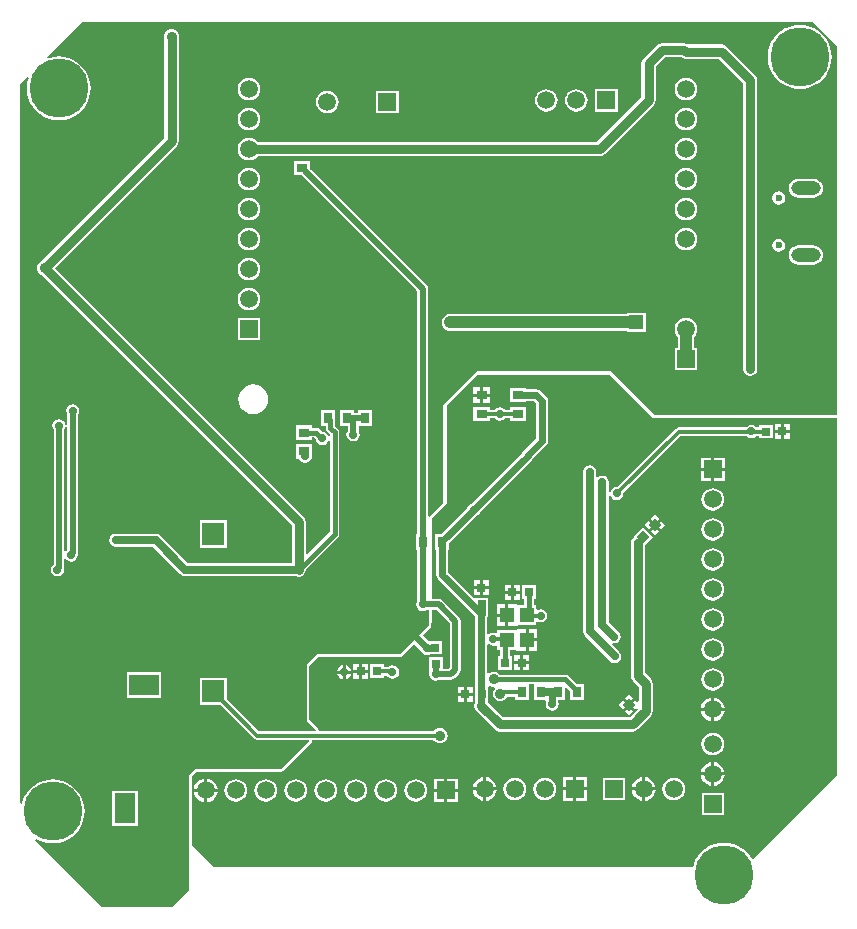
<source format=gbl>
G04*
G04 #@! TF.GenerationSoftware,Altium Limited,Altium Designer,20.0.13 (296)*
G04*
G04 Layer_Physical_Order=2*
G04 Layer_Color=16711680*
%FSLAX44Y44*%
%MOMM*%
G71*
G01*
G75*
%ADD17C,0.4000*%
%ADD18C,0.3000*%
%ADD19C,0.5000*%
%ADD35R,0.8000X0.9650*%
%ADD38R,0.9650X0.8000*%
%ADD39R,0.7620X0.7620*%
%ADD47R,0.7620X0.7620*%
%ADD97C,0.8000*%
%ADD98C,0.7000*%
%ADD99C,1.0000*%
%ADD100C,0.6000*%
%ADD101R,1.5000X1.5000*%
%ADD102C,1.5000*%
%ADD103R,1.5000X1.5000*%
%ADD104C,0.6000*%
%ADD105O,2.5000X1.2000*%
%ADD106C,1.9000*%
%ADD107R,1.9000X1.9000*%
%ADD108R,1.9000X1.9000*%
%ADD109R,1.2000X1.2000*%
%ADD110C,1.2000*%
%ADD111R,2.5000X1.8000*%
%ADD112O,2.5000X1.8000*%
%ADD113R,1.8000X2.5000*%
%ADD114O,1.8000X2.5000*%
%ADD115C,0.7000*%
%ADD116C,0.9000*%
%ADD117C,1.0000*%
%ADD118C,5.0000*%
%ADD119R,1.2000X1.3000*%
%ADD120P,1.0776X4X360.0*%
%ADD121P,1.0776X4X270.0*%
G36*
X663691Y647703D02*
Y335300D01*
X509510D01*
X471510Y373300D01*
X360010D01*
X330760Y344050D01*
Y261300D01*
X319118Y249658D01*
X317848Y250184D01*
Y442550D01*
X317499Y444306D01*
X316504Y445794D01*
X218085Y544214D01*
Y550550D01*
X204435D01*
Y538550D01*
X210771D01*
X308672Y440650D01*
Y234625D01*
X307760D01*
Y220975D01*
X308672D01*
Y178333D01*
X308079Y177446D01*
X307652Y175300D01*
X308079Y173154D01*
X309295Y171335D01*
X311114Y170119D01*
X313260Y169692D01*
X315406Y170119D01*
X316293Y170712D01*
X318510D01*
Y157300D01*
X294260Y133050D01*
X224010D01*
X215260Y124300D01*
Y76550D01*
X222768Y69042D01*
X222282Y67869D01*
X174668D01*
X147390Y95147D01*
Y113100D01*
X124390D01*
Y90100D01*
X142343D01*
X170667Y61777D01*
X171824Y61003D01*
X173190Y60731D01*
X216782D01*
X217268Y59558D01*
X193510Y35800D01*
X120760D01*
X115510Y30550D01*
Y-66700D01*
X101449Y-80761D01*
X41907D01*
X-14717Y-24137D01*
X-13925Y-23133D01*
X-12296Y-24132D01*
X-8369Y-25758D01*
X-4237Y-26750D01*
X0Y-27083D01*
X4237Y-26750D01*
X8369Y-25758D01*
X12296Y-24132D01*
X15919Y-21911D01*
X19151Y-19151D01*
X21911Y-15919D01*
X24132Y-12296D01*
X25758Y-8369D01*
X26750Y-4237D01*
X27083Y0D01*
X26750Y4237D01*
X25758Y8369D01*
X24132Y12296D01*
X21911Y15919D01*
X19151Y19151D01*
X15919Y21911D01*
X12296Y24132D01*
X8369Y25758D01*
X4237Y26750D01*
X0Y27083D01*
X-4237Y26750D01*
X-8369Y25758D01*
X-12296Y24132D01*
X-15919Y21911D01*
X-19151Y19151D01*
X-21911Y15919D01*
X-24132Y12296D01*
X-25758Y8369D01*
X-26151Y6731D01*
X-27421Y6881D01*
Y615953D01*
X-21433Y621941D01*
X-20377Y621236D01*
X-20678Y620509D01*
X-21670Y616377D01*
X-22004Y612140D01*
X-21670Y607903D01*
X-20678Y603771D01*
X-19052Y599844D01*
X-16831Y596221D01*
X-14071Y592989D01*
X-10839Y590229D01*
X-7216Y588008D01*
X-3289Y586382D01*
X843Y585390D01*
X5080Y585056D01*
X9317Y585390D01*
X13449Y586382D01*
X17376Y588008D01*
X20999Y590229D01*
X24231Y592989D01*
X26991Y596221D01*
X29212Y599844D01*
X30838Y603771D01*
X31830Y607903D01*
X32164Y612140D01*
X31830Y616377D01*
X30838Y620509D01*
X29212Y624436D01*
X26991Y628059D01*
X24231Y631291D01*
X20999Y634051D01*
X17376Y636272D01*
X13449Y637898D01*
X9317Y638890D01*
X5080Y639224D01*
X843Y638890D01*
X-3289Y637898D01*
X-4016Y637597D01*
X-4721Y638653D01*
X25397Y668771D01*
X642623D01*
X663691Y647703D01*
D02*
G37*
G36*
X508510Y332800D02*
X663691D01*
Y30481D01*
X592894Y-40316D01*
X591633Y-40167D01*
X590171Y-37781D01*
X587411Y-34549D01*
X584179Y-31789D01*
X580556Y-29568D01*
X576629Y-27942D01*
X572497Y-26950D01*
X568260Y-26616D01*
X564023Y-26950D01*
X559891Y-27942D01*
X555964Y-29568D01*
X552341Y-31789D01*
X549109Y-34549D01*
X546349Y-37781D01*
X544128Y-41404D01*
X542502Y-45331D01*
X542173Y-46700D01*
X135510D01*
X117549Y-28739D01*
Y29705D01*
X121605Y33761D01*
X193510D01*
X193510Y33761D01*
X194290Y33916D01*
X194952Y34358D01*
X218710Y58116D01*
X219152Y58778D01*
X219307Y59558D01*
X219747Y60247D01*
X220301Y60731D01*
X322305D01*
X323124Y59664D01*
X324482Y58622D01*
X326063Y57967D01*
X327760Y57744D01*
X329457Y57967D01*
X331038Y58622D01*
X332396Y59664D01*
X333438Y61022D01*
X334093Y62603D01*
X334316Y64300D01*
X334093Y65997D01*
X333438Y67578D01*
X332396Y68936D01*
X331038Y69978D01*
X329457Y70633D01*
X327760Y70856D01*
X326063Y70633D01*
X324482Y69978D01*
X323124Y68936D01*
X322305Y67869D01*
X225801D01*
X225080Y68585D01*
X224807Y69042D01*
X224652Y69822D01*
X224210Y70484D01*
X224210Y70484D01*
X217299Y77395D01*
Y123455D01*
X224855Y131011D01*
X294260D01*
X295040Y131166D01*
X295702Y131608D01*
X305972Y141878D01*
X311800Y136050D01*
X311829Y135904D01*
X313045Y134085D01*
X314864Y132869D01*
X317010Y132442D01*
X319156Y132869D01*
X319280Y132952D01*
X323286D01*
X323326Y132960D01*
X329816D01*
Y144580D01*
X318196D01*
X318196Y144580D01*
Y144580D01*
X317150Y145119D01*
X313182Y149088D01*
X319952Y155858D01*
X320394Y156520D01*
X320549Y157300D01*
Y159339D01*
X321010Y159800D01*
Y170712D01*
X324860D01*
X336172Y159399D01*
Y121951D01*
X335109Y120888D01*
X330070D01*
Y130610D01*
X318450D01*
Y118990D01*
X318450D01*
X318935Y117720D01*
X318652Y116300D01*
X319079Y114154D01*
X320295Y112335D01*
X322114Y111119D01*
X324260Y110692D01*
X326406Y111119D01*
X327293Y111712D01*
X337010D01*
X338766Y112061D01*
X340254Y113056D01*
X344004Y116806D01*
X344999Y118294D01*
X345348Y120050D01*
Y161300D01*
X344999Y163056D01*
X344004Y164544D01*
X330004Y178544D01*
X328516Y179539D01*
X326760Y179888D01*
X321010D01*
Y248550D01*
X333760Y261300D01*
Y344166D01*
X358894Y369300D01*
X472010D01*
X508510Y332800D01*
D02*
G37*
%LPC*%
G36*
X632460Y665893D02*
X628223Y665560D01*
X624091Y664568D01*
X620164Y662942D01*
X616541Y660721D01*
X613309Y657961D01*
X610549Y654729D01*
X608328Y651106D01*
X606702Y647179D01*
X605710Y643047D01*
X605377Y638810D01*
X605710Y634573D01*
X606702Y630441D01*
X608328Y626514D01*
X610549Y622891D01*
X613309Y619659D01*
X616541Y616899D01*
X620164Y614678D01*
X624091Y613052D01*
X628223Y612060D01*
X632460Y611726D01*
X636697Y612060D01*
X640829Y613052D01*
X644756Y614678D01*
X648379Y616899D01*
X651611Y619659D01*
X654371Y622891D01*
X656592Y626514D01*
X658218Y630441D01*
X659210Y634573D01*
X659544Y638810D01*
X659210Y643047D01*
X658218Y647179D01*
X656592Y651106D01*
X654371Y654729D01*
X651611Y657961D01*
X648379Y660721D01*
X644756Y662942D01*
X640829Y664568D01*
X636697Y665560D01*
X632460Y665893D01*
D02*
G37*
G36*
X536090Y621312D02*
X533610Y620985D01*
X531299Y620028D01*
X529314Y618506D01*
X527792Y616521D01*
X526834Y614210D01*
X526508Y611730D01*
X526834Y609250D01*
X527792Y606939D01*
X529314Y604955D01*
X531299Y603432D01*
X533610Y602475D01*
X536090Y602148D01*
X538570Y602475D01*
X540881Y603432D01*
X542865Y604955D01*
X544388Y606939D01*
X545345Y609250D01*
X545672Y611730D01*
X545345Y614210D01*
X544388Y616521D01*
X542865Y618506D01*
X540881Y620028D01*
X538570Y620985D01*
X536090Y621312D01*
D02*
G37*
G36*
X166090Y621167D02*
X163610Y620840D01*
X161299Y619883D01*
X159314Y618360D01*
X157792Y616376D01*
X156834Y614065D01*
X156508Y611585D01*
X156834Y609105D01*
X157792Y606794D01*
X159314Y604810D01*
X161299Y603287D01*
X163610Y602330D01*
X166090Y602003D01*
X168570Y602330D01*
X170881Y603287D01*
X172865Y604810D01*
X174388Y606794D01*
X175345Y609105D01*
X175672Y611585D01*
X175345Y614065D01*
X174388Y616376D01*
X172865Y618360D01*
X170881Y619883D01*
X168570Y620840D01*
X166090Y621167D01*
D02*
G37*
G36*
X478130Y611480D02*
X459130D01*
Y592480D01*
X478130D01*
Y611480D01*
D02*
G37*
G36*
X443230Y611562D02*
X440750Y611236D01*
X438439Y610278D01*
X436455Y608755D01*
X434932Y606771D01*
X433974Y604460D01*
X433648Y601980D01*
X433974Y599500D01*
X434932Y597189D01*
X436455Y595205D01*
X438439Y593682D01*
X440750Y592724D01*
X443230Y592398D01*
X445710Y592724D01*
X448021Y593682D01*
X450005Y595205D01*
X451528Y597189D01*
X452486Y599500D01*
X452812Y601980D01*
X452486Y604460D01*
X451528Y606771D01*
X450005Y608755D01*
X448021Y610278D01*
X445710Y611236D01*
X443230Y611562D01*
D02*
G37*
G36*
X417830D02*
X415350Y611236D01*
X413039Y610278D01*
X411054Y608755D01*
X409532Y606771D01*
X408574Y604460D01*
X408248Y601980D01*
X408574Y599500D01*
X409532Y597189D01*
X411054Y595205D01*
X413039Y593682D01*
X415350Y592724D01*
X417830Y592398D01*
X420310Y592724D01*
X422621Y593682D01*
X424605Y595205D01*
X426128Y597189D01*
X427085Y599500D01*
X427412Y601980D01*
X427085Y604460D01*
X426128Y606771D01*
X424605Y608755D01*
X422621Y610278D01*
X420310Y611236D01*
X417830Y611562D01*
D02*
G37*
G36*
X292710Y610210D02*
X273710D01*
Y591210D01*
X292710D01*
Y610210D01*
D02*
G37*
G36*
X232410Y610292D02*
X229930Y609966D01*
X227619Y609008D01*
X225634Y607485D01*
X224112Y605501D01*
X223155Y603190D01*
X222828Y600710D01*
X223155Y598230D01*
X224112Y595919D01*
X225634Y593935D01*
X227619Y592412D01*
X229930Y591455D01*
X232410Y591128D01*
X234890Y591455D01*
X237201Y592412D01*
X239185Y593935D01*
X240708Y595919D01*
X241665Y598230D01*
X241992Y600710D01*
X241665Y603190D01*
X240708Y605501D01*
X239185Y607485D01*
X237201Y609008D01*
X234890Y609966D01*
X232410Y610292D01*
D02*
G37*
G36*
X536090Y595912D02*
X533610Y595586D01*
X531299Y594628D01*
X529314Y593106D01*
X527792Y591121D01*
X526834Y588810D01*
X526508Y586330D01*
X526834Y583850D01*
X527792Y581539D01*
X529314Y579555D01*
X531299Y578032D01*
X533610Y577075D01*
X536090Y576748D01*
X538570Y577075D01*
X540881Y578032D01*
X542865Y579555D01*
X544388Y581539D01*
X545345Y583850D01*
X545672Y586330D01*
X545345Y588810D01*
X544388Y591121D01*
X542865Y593106D01*
X540881Y594628D01*
X538570Y595586D01*
X536090Y595912D01*
D02*
G37*
G36*
X166090Y595767D02*
X163610Y595440D01*
X161299Y594483D01*
X159314Y592961D01*
X157792Y590976D01*
X156834Y588665D01*
X156508Y586185D01*
X156834Y583705D01*
X157792Y581394D01*
X159314Y579410D01*
X161299Y577887D01*
X163610Y576930D01*
X166090Y576603D01*
X168570Y576930D01*
X170881Y577887D01*
X172865Y579410D01*
X174388Y581394D01*
X175345Y583705D01*
X175672Y586185D01*
X175345Y588665D01*
X174388Y590976D01*
X172865Y592961D01*
X170881Y594483D01*
X168570Y595440D01*
X166090Y595767D01*
D02*
G37*
G36*
X536090Y570512D02*
X533610Y570186D01*
X531299Y569228D01*
X529314Y567705D01*
X527792Y565721D01*
X526834Y563410D01*
X526508Y560930D01*
X526834Y558450D01*
X527792Y556139D01*
X529314Y554155D01*
X531299Y552632D01*
X533610Y551675D01*
X536090Y551348D01*
X538570Y551675D01*
X540881Y552632D01*
X542865Y554155D01*
X544388Y556139D01*
X545345Y558450D01*
X545672Y560930D01*
X545345Y563410D01*
X544388Y565721D01*
X542865Y567705D01*
X540881Y569228D01*
X538570Y570186D01*
X536090Y570512D01*
D02*
G37*
G36*
Y545112D02*
X533610Y544785D01*
X531299Y543828D01*
X529314Y542305D01*
X527792Y540321D01*
X526834Y538010D01*
X526508Y535530D01*
X526834Y533050D01*
X527792Y530739D01*
X529314Y528755D01*
X531299Y527232D01*
X533610Y526274D01*
X536090Y525948D01*
X538570Y526274D01*
X540881Y527232D01*
X542865Y528755D01*
X544388Y530739D01*
X545345Y533050D01*
X545672Y535530D01*
X545345Y538010D01*
X544388Y540321D01*
X542865Y542305D01*
X540881Y543828D01*
X538570Y544785D01*
X536090Y545112D01*
D02*
G37*
G36*
X166090Y544967D02*
X163610Y544641D01*
X161299Y543683D01*
X159314Y542160D01*
X157792Y540176D01*
X156834Y537865D01*
X156508Y535385D01*
X156834Y532905D01*
X157792Y530594D01*
X159314Y528610D01*
X161299Y527087D01*
X163610Y526130D01*
X166090Y525803D01*
X168570Y526130D01*
X170881Y527087D01*
X172865Y528610D01*
X174388Y530594D01*
X175345Y532905D01*
X175672Y535385D01*
X175345Y537865D01*
X174388Y540176D01*
X172865Y542160D01*
X170881Y543683D01*
X168570Y544641D01*
X166090Y544967D01*
D02*
G37*
G36*
X644040Y535739D02*
X631040D01*
X628952Y535464D01*
X627006Y534658D01*
X625334Y533376D01*
X624052Y531704D01*
X623246Y529758D01*
X622971Y527670D01*
X623246Y525582D01*
X624052Y523635D01*
X625334Y521964D01*
X627006Y520682D01*
X628952Y519876D01*
X631040Y519601D01*
X644040D01*
X646128Y519876D01*
X648074Y520682D01*
X649746Y521964D01*
X651028Y523635D01*
X651834Y525582D01*
X652109Y527670D01*
X651834Y529758D01*
X651028Y531704D01*
X649746Y533376D01*
X648074Y534658D01*
X646128Y535464D01*
X644040Y535739D01*
D02*
G37*
G36*
X614540Y525028D02*
X612394Y524601D01*
X610575Y523385D01*
X609359Y521566D01*
X608932Y519420D01*
X609359Y517274D01*
X610575Y515455D01*
X612394Y514239D01*
X614540Y513812D01*
X616686Y514239D01*
X618505Y515455D01*
X619721Y517274D01*
X620148Y519420D01*
X619721Y521566D01*
X618505Y523385D01*
X616686Y524601D01*
X614540Y525028D01*
D02*
G37*
G36*
X536090Y519712D02*
X533610Y519385D01*
X531299Y518428D01*
X529314Y516906D01*
X527792Y514921D01*
X526834Y512610D01*
X526508Y510130D01*
X526834Y507650D01*
X527792Y505339D01*
X529314Y503355D01*
X531299Y501832D01*
X533610Y500875D01*
X536090Y500548D01*
X538570Y500875D01*
X540881Y501832D01*
X542865Y503355D01*
X544388Y505339D01*
X545345Y507650D01*
X545672Y510130D01*
X545345Y512610D01*
X544388Y514921D01*
X542865Y516906D01*
X540881Y518428D01*
X538570Y519385D01*
X536090Y519712D01*
D02*
G37*
G36*
X166090Y519567D02*
X163610Y519240D01*
X161299Y518283D01*
X159314Y516760D01*
X157792Y514776D01*
X156834Y512465D01*
X156508Y509985D01*
X156834Y507505D01*
X157792Y505194D01*
X159314Y503210D01*
X161299Y501687D01*
X163610Y500730D01*
X166090Y500403D01*
X168570Y500730D01*
X170881Y501687D01*
X172865Y503210D01*
X174388Y505194D01*
X175345Y507505D01*
X175672Y509985D01*
X175345Y512465D01*
X174388Y514776D01*
X172865Y516760D01*
X170881Y518283D01*
X168570Y519240D01*
X166090Y519567D01*
D02*
G37*
G36*
X536090Y494312D02*
X533610Y493985D01*
X531299Y493028D01*
X529314Y491506D01*
X527792Y489521D01*
X526834Y487210D01*
X526508Y484730D01*
X526834Y482250D01*
X527792Y479939D01*
X529314Y477955D01*
X531299Y476432D01*
X533610Y475475D01*
X536090Y475148D01*
X538570Y475475D01*
X540881Y476432D01*
X542865Y477955D01*
X544388Y479939D01*
X545345Y482250D01*
X545672Y484730D01*
X545345Y487210D01*
X544388Y489521D01*
X542865Y491506D01*
X540881Y493028D01*
X538570Y493985D01*
X536090Y494312D01*
D02*
G37*
G36*
X166090Y494167D02*
X163610Y493840D01*
X161299Y492883D01*
X159314Y491361D01*
X157792Y489376D01*
X156834Y487065D01*
X156508Y484585D01*
X156834Y482105D01*
X157792Y479794D01*
X159314Y477810D01*
X161299Y476287D01*
X163610Y475330D01*
X166090Y475003D01*
X168570Y475330D01*
X170881Y476287D01*
X172865Y477810D01*
X174388Y479794D01*
X175345Y482105D01*
X175672Y484585D01*
X175345Y487065D01*
X174388Y489376D01*
X172865Y491361D01*
X170881Y492883D01*
X168570Y493840D01*
X166090Y494167D01*
D02*
G37*
G36*
X614540Y485028D02*
X612394Y484601D01*
X610575Y483385D01*
X609359Y481566D01*
X608932Y479420D01*
X609359Y477274D01*
X610575Y475455D01*
X612394Y474239D01*
X614540Y473812D01*
X616686Y474239D01*
X618505Y475455D01*
X619721Y477274D01*
X620148Y479420D01*
X619721Y481566D01*
X618505Y483385D01*
X616686Y484601D01*
X614540Y485028D01*
D02*
G37*
G36*
X644040Y479239D02*
X631040D01*
X628952Y478964D01*
X627006Y478158D01*
X625334Y476876D01*
X624052Y475205D01*
X623246Y473258D01*
X622971Y471170D01*
X623246Y469082D01*
X624052Y467136D01*
X625334Y465464D01*
X627006Y464182D01*
X628952Y463376D01*
X631040Y463101D01*
X644040D01*
X646128Y463376D01*
X648074Y464182D01*
X649746Y465464D01*
X651028Y467136D01*
X651834Y469082D01*
X652109Y471170D01*
X651834Y473258D01*
X651028Y475205D01*
X649746Y476876D01*
X648074Y478158D01*
X646128Y478964D01*
X644040Y479239D01*
D02*
G37*
G36*
X166090Y468767D02*
X163610Y468441D01*
X161299Y467483D01*
X159314Y465961D01*
X157792Y463976D01*
X156834Y461665D01*
X156508Y459185D01*
X156834Y456705D01*
X157792Y454394D01*
X159314Y452410D01*
X161299Y450887D01*
X163610Y449930D01*
X166090Y449603D01*
X168570Y449930D01*
X170881Y450887D01*
X172865Y452410D01*
X174388Y454394D01*
X175345Y456705D01*
X175672Y459185D01*
X175345Y461665D01*
X174388Y463976D01*
X172865Y465961D01*
X170881Y467483D01*
X168570Y468441D01*
X166090Y468767D01*
D02*
G37*
G36*
Y443367D02*
X163610Y443040D01*
X161299Y442083D01*
X159314Y440560D01*
X157792Y438576D01*
X156834Y436265D01*
X156508Y433785D01*
X156834Y431305D01*
X157792Y428994D01*
X159314Y427010D01*
X161299Y425487D01*
X163610Y424529D01*
X166090Y424203D01*
X168570Y424529D01*
X170881Y425487D01*
X172865Y427010D01*
X174388Y428994D01*
X175345Y431305D01*
X175672Y433785D01*
X175345Y436265D01*
X174388Y438576D01*
X172865Y440560D01*
X170881Y442083D01*
X168570Y443040D01*
X166090Y443367D01*
D02*
G37*
G36*
X502030Y422020D02*
X486030D01*
Y421080D01*
X336540D01*
X334713Y420840D01*
X333010Y420135D01*
X331548Y419012D01*
X330426Y417550D01*
X329720Y415847D01*
X329480Y414020D01*
X329720Y412193D01*
X330426Y410490D01*
X331548Y409028D01*
X333010Y407906D01*
X334713Y407200D01*
X336540Y406960D01*
X486030D01*
Y406020D01*
X502030D01*
Y422020D01*
D02*
G37*
G36*
X175590Y417885D02*
X156590D01*
Y398885D01*
X175590D01*
Y417885D01*
D02*
G37*
G36*
X536090Y418112D02*
X533610Y417785D01*
X531299Y416828D01*
X529314Y415305D01*
X527792Y413321D01*
X526834Y411010D01*
X526508Y408530D01*
X526834Y406050D01*
X527792Y403739D01*
X529030Y402126D01*
Y392630D01*
X526590D01*
Y373630D01*
X545590D01*
Y392630D01*
X543150D01*
Y402126D01*
X544388Y403739D01*
X545345Y406050D01*
X545672Y408530D01*
X545345Y411010D01*
X544388Y413321D01*
X542865Y415305D01*
X540881Y416828D01*
X538570Y417785D01*
X536090Y418112D01*
D02*
G37*
G36*
X534760Y650667D02*
X515760D01*
X513419Y650202D01*
X511434Y648876D01*
X500184Y637626D01*
X498858Y635641D01*
X498392Y633300D01*
Y604834D01*
X460461Y566903D01*
X173370D01*
X172865Y567561D01*
X170881Y569083D01*
X168570Y570041D01*
X166090Y570367D01*
X163610Y570041D01*
X161299Y569083D01*
X159314Y567561D01*
X157792Y565576D01*
X156834Y563265D01*
X156508Y560785D01*
X156834Y558305D01*
X157792Y555994D01*
X159314Y554010D01*
X161299Y552487D01*
X163610Y551530D01*
X166090Y551203D01*
X168570Y551530D01*
X170881Y552487D01*
X172865Y554010D01*
X173370Y554668D01*
X204435D01*
Y554550D01*
X218085D01*
Y554668D01*
X462995D01*
X465336Y555133D01*
X467321Y556459D01*
X508836Y597974D01*
X510162Y599959D01*
X510628Y602300D01*
Y630766D01*
X518294Y638433D01*
X532495D01*
X533669Y637648D01*
X536010Y637183D01*
X564226D01*
X584393Y617016D01*
Y374800D01*
X584858Y372459D01*
X586184Y370474D01*
X588169Y369148D01*
X590510Y368683D01*
X592851Y369148D01*
X594836Y370474D01*
X596162Y372459D01*
X596628Y374800D01*
Y619550D01*
X596162Y621891D01*
X594836Y623876D01*
X571086Y647626D01*
X569101Y648952D01*
X566760Y649417D01*
X538275D01*
X537101Y650202D01*
X534760Y650667D01*
D02*
G37*
G36*
X169590Y361554D02*
X166316Y361123D01*
X163265Y359859D01*
X160646Y357849D01*
X158636Y355229D01*
X157372Y352179D01*
X156941Y348905D01*
X157372Y345631D01*
X158636Y342580D01*
X160646Y339961D01*
X163265Y337951D01*
X166316Y336687D01*
X169590Y336256D01*
X172864Y336687D01*
X175914Y337951D01*
X178534Y339961D01*
X180544Y342580D01*
X181808Y345631D01*
X182239Y348905D01*
X181808Y352179D01*
X180544Y355229D01*
X178534Y357849D01*
X175914Y359859D01*
X172864Y361123D01*
X169590Y361554D01*
D02*
G37*
G36*
X255010Y339875D02*
X243010D01*
Y326225D01*
X249672D01*
Y322083D01*
X249079Y321196D01*
X248652Y319050D01*
X249079Y316904D01*
X250295Y315085D01*
X252114Y313869D01*
X254260Y313442D01*
X256406Y313869D01*
X258225Y315085D01*
X259441Y316904D01*
X259868Y319050D01*
X259441Y321196D01*
X258848Y322083D01*
Y325975D01*
X270260D01*
Y339625D01*
X258260D01*
Y337513D01*
X255010D01*
Y339875D01*
D02*
G37*
G36*
X219835Y310800D02*
X206185D01*
Y298800D01*
X208355D01*
X209535Y297035D01*
X211354Y295819D01*
X213500Y295392D01*
X215646Y295819D01*
X217465Y297035D01*
X218645Y298800D01*
X219835D01*
Y310800D01*
D02*
G37*
G36*
X147390Y246450D02*
X124390D01*
Y223450D01*
X147390D01*
Y246450D01*
D02*
G37*
G36*
X16872Y344736D02*
X14726Y344309D01*
X12907Y343093D01*
X11691Y341274D01*
X11264Y339128D01*
X11691Y336982D01*
X12284Y336095D01*
Y221606D01*
X11637Y221173D01*
X11046Y220289D01*
X9776Y220675D01*
Y323595D01*
X10369Y324482D01*
X10796Y326628D01*
X10369Y328774D01*
X9153Y330593D01*
X7334Y331809D01*
X5188Y332236D01*
X3042Y331809D01*
X1223Y330593D01*
X7Y328774D01*
X-420Y326628D01*
X7Y324482D01*
X600Y323595D01*
Y209106D01*
X-47Y208673D01*
X-1263Y206854D01*
X-1690Y204708D01*
X-1263Y202562D01*
X-47Y200743D01*
X1772Y199527D01*
X3918Y199100D01*
X6064Y199527D01*
X7883Y200743D01*
X9099Y202562D01*
X9526Y204708D01*
X9471Y204984D01*
X9776Y206519D01*
Y213741D01*
X11046Y214127D01*
X11637Y213243D01*
X13456Y212027D01*
X15602Y211600D01*
X17748Y212027D01*
X19567Y213243D01*
X20783Y215062D01*
X21210Y217208D01*
X21155Y217484D01*
X21460Y219019D01*
Y336095D01*
X22053Y336982D01*
X22480Y339128D01*
X22053Y341274D01*
X20837Y343093D01*
X19018Y344309D01*
X16872Y344736D01*
D02*
G37*
G36*
X100510Y662606D02*
X98813Y662383D01*
X97232Y661728D01*
X95874Y660686D01*
X94832Y659328D01*
X94177Y657747D01*
X93954Y656050D01*
X94177Y654353D01*
X94392Y653834D01*
Y569834D01*
X-9577Y465864D01*
X-10018Y465682D01*
X-11376Y464640D01*
X-12418Y463282D01*
X-13073Y461701D01*
X-13296Y460004D01*
X-13073Y458307D01*
X-12418Y456726D01*
X-11376Y455368D01*
X-10018Y454326D01*
X-9499Y454111D01*
X202143Y242470D01*
Y210408D01*
X114333D01*
X91067Y233673D01*
X89248Y234889D01*
X87102Y235316D01*
X53352D01*
X51206Y234889D01*
X49387Y233673D01*
X48171Y231854D01*
X47744Y229708D01*
X48171Y227562D01*
X49387Y225743D01*
X51206Y224527D01*
X53352Y224100D01*
X84779D01*
X108045Y200835D01*
X109864Y199619D01*
X112010Y199192D01*
X205853D01*
X205919Y199148D01*
X208260Y198682D01*
X210601Y199148D01*
X212586Y200474D01*
X213912Y202459D01*
X214377Y204800D01*
Y205150D01*
X241394Y232166D01*
X241394Y232166D01*
X242278Y233489D01*
X242588Y235050D01*
Y321300D01*
X242588Y321300D01*
X242278Y322861D01*
X241394Y324184D01*
X241394Y324184D01*
X239088Y326489D01*
Y331050D01*
X239010Y331444D01*
Y339875D01*
X227010D01*
Y326225D01*
X230932D01*
Y324800D01*
X230932Y324800D01*
X231242Y323239D01*
X232126Y321916D01*
X234432Y319611D01*
Y318201D01*
X233281Y317965D01*
X233162Y317990D01*
X231975Y319765D01*
X230156Y320981D01*
X228210Y321368D01*
X225894Y323684D01*
X224571Y324568D01*
X223010Y324878D01*
X223010Y324878D01*
X219835D01*
Y326800D01*
X206185D01*
Y314800D01*
X219835D01*
Y316722D01*
X221321D01*
X222442Y315600D01*
X222829Y313654D01*
X224045Y311835D01*
X225864Y310619D01*
X228010Y310192D01*
X230156Y310619D01*
X231975Y311835D01*
X233162Y313610D01*
X233281Y313635D01*
X234432Y313399D01*
Y236739D01*
X215551Y217859D01*
X214377Y218344D01*
Y245004D01*
X213912Y247345D01*
X212586Y249330D01*
X1889Y460027D01*
X104836Y562974D01*
X106162Y564959D01*
X106628Y567300D01*
Y653834D01*
X106843Y654353D01*
X107066Y656050D01*
X106843Y657747D01*
X106188Y659328D01*
X105146Y660686D01*
X103788Y661728D01*
X102207Y662383D01*
X100510Y662606D01*
D02*
G37*
G36*
X91970Y117680D02*
X62970D01*
Y95680D01*
X91970D01*
Y117680D01*
D02*
G37*
G36*
X71960Y17040D02*
X49960D01*
Y-11960D01*
X71960D01*
Y17040D01*
D02*
G37*
G36*
X370375Y359090D02*
X364280D01*
Y353820D01*
X370375D01*
Y359090D01*
D02*
G37*
G36*
X361740D02*
X355645D01*
Y353820D01*
X361740D01*
Y359090D01*
D02*
G37*
G36*
X370375Y351280D02*
X364280D01*
Y346010D01*
X370375D01*
Y351280D01*
D02*
G37*
G36*
X361740D02*
X355645D01*
Y346010D01*
X361740D01*
Y351280D01*
D02*
G37*
G36*
X369835Y342550D02*
X356185D01*
Y330550D01*
X369835D01*
Y332981D01*
X374280D01*
X374545Y332585D01*
X376364Y331369D01*
X378510Y330942D01*
X380656Y331369D01*
X382475Y332585D01*
X382740Y332981D01*
X387185D01*
Y330550D01*
X400835D01*
Y342550D01*
X387185D01*
Y340119D01*
X382740D01*
X382475Y340515D01*
X380656Y341731D01*
X378510Y342158D01*
X376364Y341731D01*
X374545Y340515D01*
X374280Y340119D01*
X369835D01*
Y342550D01*
D02*
G37*
G36*
X609360Y327460D02*
X597740D01*
Y325219D01*
X595840D01*
X595475Y325765D01*
X593656Y326981D01*
X591510Y327408D01*
X589364Y326981D01*
X587545Y325765D01*
X587179Y325219D01*
X529860D01*
X528494Y324947D01*
X527337Y324173D01*
X477978Y274815D01*
X477510Y274908D01*
X475364Y274481D01*
X473545Y273265D01*
X472329Y271446D01*
X472138Y270484D01*
X470868Y270609D01*
Y278800D01*
X470441Y280946D01*
X469225Y282765D01*
X467406Y283981D01*
X465260Y284408D01*
X463114Y283981D01*
X461388Y282827D01*
X460205Y283096D01*
X460118Y283122D01*
Y287714D01*
X459691Y289860D01*
X458475Y291679D01*
X456656Y292895D01*
X454510Y293322D01*
X452364Y292895D01*
X450545Y291679D01*
X449329Y289860D01*
X448902Y287714D01*
Y152550D01*
X449329Y150404D01*
X450545Y148585D01*
X471795Y127335D01*
X473614Y126119D01*
X475760Y125692D01*
X477906Y126119D01*
X479725Y127335D01*
X480941Y129154D01*
X481368Y131300D01*
X480941Y133446D01*
X479725Y135265D01*
X473491Y141499D01*
X474117Y142670D01*
X475260Y142442D01*
X477406Y142869D01*
X479225Y144085D01*
X480441Y145904D01*
X480868Y148050D01*
X480441Y150196D01*
X479225Y152015D01*
X470868Y160373D01*
Y267991D01*
X472138Y268116D01*
X472329Y267154D01*
X473545Y265335D01*
X475364Y264119D01*
X477510Y263692D01*
X479656Y264119D01*
X481475Y265335D01*
X482691Y267154D01*
X483118Y269300D01*
X483025Y269768D01*
X531338Y318081D01*
X587380D01*
X587545Y317835D01*
X589364Y316619D01*
X591510Y316192D01*
X593656Y316619D01*
X595475Y317835D01*
X595640Y318081D01*
X597740D01*
Y315840D01*
X609360D01*
Y327460D01*
D02*
G37*
G36*
X623870Y328254D02*
X618790D01*
Y323174D01*
X623870D01*
Y328254D01*
D02*
G37*
G36*
X616250D02*
X611170D01*
Y323174D01*
X616250D01*
Y328254D01*
D02*
G37*
G36*
X623870Y320634D02*
X618790D01*
Y315554D01*
X623870D01*
Y320634D01*
D02*
G37*
G36*
X616250D02*
X611170D01*
Y315554D01*
X616250D01*
Y320634D01*
D02*
G37*
G36*
X568840Y299600D02*
X560070D01*
Y290830D01*
X568840D01*
Y299600D01*
D02*
G37*
G36*
X557530D02*
X548760D01*
Y290830D01*
X557530D01*
Y299600D01*
D02*
G37*
G36*
X568840Y288290D02*
X560070D01*
Y279520D01*
X568840D01*
Y288290D01*
D02*
G37*
G36*
X557530D02*
X548760D01*
Y279520D01*
X557530D01*
Y288290D01*
D02*
G37*
G36*
X558800Y273742D02*
X556320Y273416D01*
X554009Y272458D01*
X552024Y270935D01*
X550502Y268951D01*
X549544Y266640D01*
X549218Y264160D01*
X549544Y261680D01*
X550502Y259369D01*
X552024Y257384D01*
X554009Y255862D01*
X556320Y254904D01*
X558800Y254578D01*
X561280Y254904D01*
X563591Y255862D01*
X565575Y257384D01*
X567098Y259369D01*
X568055Y261680D01*
X568382Y264160D01*
X568055Y266640D01*
X567098Y268951D01*
X565575Y270935D01*
X563591Y272458D01*
X561280Y273416D01*
X558800Y273742D01*
D02*
G37*
G36*
X509760Y251530D02*
X506168Y247938D01*
X509760Y244346D01*
X513352Y247938D01*
X509760Y251530D01*
D02*
G37*
G36*
X515148Y246142D02*
X511556Y242550D01*
X515148Y238958D01*
X518740Y242550D01*
X515148Y246142D01*
D02*
G37*
G36*
X504372Y246142D02*
X500780Y242550D01*
X504372Y238958D01*
X507964Y242550D01*
X504372Y246142D01*
D02*
G37*
G36*
X509760Y240754D02*
X506168Y237162D01*
X509760Y233570D01*
X513352Y237162D01*
X509760Y240754D01*
D02*
G37*
G36*
X558800Y248342D02*
X556320Y248015D01*
X554009Y247058D01*
X552024Y245536D01*
X550502Y243551D01*
X549544Y241240D01*
X549218Y238760D01*
X549544Y236280D01*
X550502Y233969D01*
X552024Y231985D01*
X554009Y230462D01*
X556320Y229505D01*
X558800Y229178D01*
X561280Y229505D01*
X563591Y230462D01*
X565575Y231985D01*
X567098Y233969D01*
X568055Y236280D01*
X568382Y238760D01*
X568055Y241240D01*
X567098Y243551D01*
X565575Y245536D01*
X563591Y247058D01*
X561280Y248015D01*
X558800Y248342D01*
D02*
G37*
G36*
Y222942D02*
X556320Y222616D01*
X554009Y221658D01*
X552024Y220135D01*
X550502Y218151D01*
X549544Y215840D01*
X549218Y213360D01*
X549544Y210880D01*
X550502Y208569D01*
X552024Y206585D01*
X554009Y205062D01*
X556320Y204104D01*
X558800Y203778D01*
X561280Y204104D01*
X563591Y205062D01*
X565575Y206585D01*
X567098Y208569D01*
X568055Y210880D01*
X568382Y213360D01*
X568055Y215840D01*
X567098Y218151D01*
X565575Y220135D01*
X563591Y221658D01*
X561280Y222616D01*
X558800Y222942D01*
D02*
G37*
G36*
X369106Y195620D02*
X364026D01*
Y190540D01*
X369106D01*
Y195620D01*
D02*
G37*
G36*
X361486D02*
X356406D01*
Y190540D01*
X361486D01*
Y195620D01*
D02*
G37*
G36*
X395390Y191896D02*
X390310D01*
Y186816D01*
X395390D01*
Y191896D01*
D02*
G37*
G36*
X387770D02*
X382690D01*
Y186816D01*
X387770D01*
Y191896D01*
D02*
G37*
G36*
X369106Y188000D02*
X364026D01*
Y182920D01*
X369106D01*
Y188000D01*
D02*
G37*
G36*
X361486D02*
X356406D01*
Y182920D01*
X361486D01*
Y188000D01*
D02*
G37*
G36*
X395390Y184276D02*
X390310D01*
Y179196D01*
X395390D01*
Y184276D01*
D02*
G37*
G36*
X387770D02*
X382690D01*
Y179196D01*
X387770D01*
Y184276D01*
D02*
G37*
G36*
X558800Y197542D02*
X556320Y197215D01*
X554009Y196258D01*
X552024Y194735D01*
X550502Y192751D01*
X549544Y190440D01*
X549218Y187960D01*
X549544Y185480D01*
X550502Y183169D01*
X552024Y181185D01*
X554009Y179662D01*
X556320Y178704D01*
X558800Y178378D01*
X561280Y178704D01*
X563591Y179662D01*
X565575Y181185D01*
X567098Y183169D01*
X568055Y185480D01*
X568382Y187960D01*
X568055Y190440D01*
X567098Y192751D01*
X565575Y194735D01*
X563591Y196258D01*
X561280Y197215D01*
X558800Y197542D01*
D02*
G37*
G36*
X408820Y191610D02*
X397200D01*
Y179990D01*
X398932D01*
Y174800D01*
X394096Y174800D01*
X393050Y175340D01*
X392464Y175340D01*
X385780D01*
Y166300D01*
Y157260D01*
X393050Y157260D01*
X394096Y157800D01*
X394320Y157800D01*
X409510D01*
Y160177D01*
X410630Y160775D01*
X410864Y160619D01*
X413010Y160192D01*
X415156Y160619D01*
X416975Y161835D01*
X418191Y163654D01*
X418618Y165800D01*
X418191Y167946D01*
X416975Y169765D01*
X415156Y170981D01*
X413010Y171408D01*
X410864Y170981D01*
X410630Y170825D01*
X409510Y171423D01*
Y174800D01*
X407088D01*
Y179990D01*
X408820D01*
Y191610D01*
D02*
G37*
G36*
X383240Y175340D02*
X375970D01*
Y167570D01*
X383240D01*
Y175340D01*
D02*
G37*
G36*
Y165030D02*
X375970D01*
Y157260D01*
X383240D01*
Y165030D01*
D02*
G37*
G36*
X558800Y172142D02*
X556320Y171815D01*
X554009Y170858D01*
X552024Y169335D01*
X550502Y167351D01*
X549544Y165040D01*
X549218Y162560D01*
X549544Y160080D01*
X550502Y157769D01*
X552024Y155785D01*
X554009Y154262D01*
X556320Y153305D01*
X558800Y152978D01*
X561280Y153305D01*
X563591Y154262D01*
X565575Y155785D01*
X567098Y157769D01*
X568055Y160080D01*
X568382Y162560D01*
X568055Y165040D01*
X567098Y167351D01*
X565575Y169335D01*
X563591Y170858D01*
X561280Y171815D01*
X558800Y172142D01*
D02*
G37*
G36*
X402780Y154340D02*
Y146570D01*
X410050D01*
Y154340D01*
X402780D01*
D02*
G37*
G36*
X410050Y144030D02*
X402780D01*
Y136260D01*
X410050D01*
Y144030D01*
D02*
G37*
G36*
X558800Y146742D02*
X556320Y146415D01*
X554009Y145458D01*
X552024Y143935D01*
X550502Y141951D01*
X549544Y139640D01*
X549218Y137160D01*
X549544Y134680D01*
X550502Y132369D01*
X552024Y130385D01*
X554009Y128862D01*
X556320Y127905D01*
X558800Y127578D01*
X561280Y127905D01*
X563591Y128862D01*
X565575Y130385D01*
X567098Y132369D01*
X568055Y134680D01*
X568382Y137160D01*
X568055Y139640D01*
X567098Y141951D01*
X565575Y143935D01*
X563591Y145458D01*
X561280Y146415D01*
X558800Y146742D01*
D02*
G37*
G36*
X403330Y132404D02*
X398250D01*
Y127324D01*
X403330D01*
Y132404D01*
D02*
G37*
G36*
X395710D02*
X390630D01*
Y127324D01*
X395710D01*
Y132404D01*
D02*
G37*
G36*
X266933Y125232D02*
X261853D01*
Y120152D01*
X266933D01*
Y125232D01*
D02*
G37*
G36*
X259313D02*
X254233D01*
Y120152D01*
X259313D01*
Y125232D01*
D02*
G37*
G36*
X403330Y124784D02*
X398250D01*
Y119704D01*
X403330D01*
Y124784D01*
D02*
G37*
G36*
X395710D02*
X390630D01*
Y119704D01*
X395710D01*
Y124784D01*
D02*
G37*
G36*
X248020Y123906D02*
Y119270D01*
X252656D01*
X252440Y120357D01*
X251105Y122355D01*
X249107Y123689D01*
X248020Y123906D01*
D02*
G37*
G36*
X245480D02*
X244393Y123689D01*
X242395Y122355D01*
X241061Y120357D01*
X240844Y119270D01*
X245480D01*
Y123906D01*
D02*
G37*
G36*
X266933Y117612D02*
X261853D01*
Y112532D01*
X266933D01*
Y117612D01*
D02*
G37*
G36*
X259313D02*
X254233D01*
Y112532D01*
X259313D01*
Y117612D01*
D02*
G37*
G36*
X280363Y124946D02*
X268743D01*
Y113326D01*
X280363D01*
Y115055D01*
X282997D01*
X283605Y114145D01*
X285424Y112929D01*
X287570Y112502D01*
X289716Y112929D01*
X291535Y114145D01*
X292751Y115964D01*
X293178Y118110D01*
X292751Y120256D01*
X291535Y122075D01*
X289716Y123291D01*
X287570Y123718D01*
X285424Y123291D01*
X283779Y122192D01*
X280363D01*
Y124946D01*
D02*
G37*
G36*
X252656Y116730D02*
X248020D01*
Y112094D01*
X249107Y112310D01*
X251105Y113645D01*
X252440Y115643D01*
X252656Y116730D01*
D02*
G37*
G36*
X245480D02*
X240844D01*
X241061Y115643D01*
X242395Y113645D01*
X244393Y112310D01*
X245480Y112094D01*
Y116730D01*
D02*
G37*
G36*
X558800Y121342D02*
X556320Y121016D01*
X554009Y120058D01*
X552024Y118535D01*
X550502Y116551D01*
X549544Y114240D01*
X549218Y111760D01*
X549544Y109280D01*
X550502Y106969D01*
X552024Y104985D01*
X554009Y103462D01*
X556320Y102505D01*
X558800Y102178D01*
X561280Y102505D01*
X563591Y103462D01*
X565575Y104985D01*
X567098Y106969D01*
X568055Y109280D01*
X568382Y111760D01*
X568055Y114240D01*
X567098Y116551D01*
X565575Y118535D01*
X563591Y120058D01*
X561280Y121016D01*
X558800Y121342D01*
D02*
G37*
G36*
X355360Y105400D02*
X350280D01*
Y100320D01*
X355360D01*
Y105400D01*
D02*
G37*
G36*
X347740D02*
X342660D01*
Y100320D01*
X347740D01*
Y105400D01*
D02*
G37*
G36*
X355360Y97780D02*
X350280D01*
Y92700D01*
X355360D01*
Y97780D01*
D02*
G37*
G36*
X347740D02*
X342660D01*
Y92700D01*
X347740D01*
Y97780D01*
D02*
G37*
G36*
X487952Y99479D02*
X484360Y95887D01*
X487952Y92295D01*
X491544Y95887D01*
X487952Y99479D01*
D02*
G37*
G36*
X560070Y96319D02*
Y87630D01*
X568759D01*
X568582Y88981D01*
X567570Y91423D01*
X565961Y93521D01*
X563863Y95130D01*
X561421Y96142D01*
X560070Y96319D01*
D02*
G37*
G36*
X557530D02*
X556179Y96142D01*
X553737Y95130D01*
X551639Y93521D01*
X550030Y91423D01*
X549018Y88981D01*
X548841Y87630D01*
X557530D01*
Y96319D01*
D02*
G37*
G36*
X482564Y94091D02*
X478972Y90499D01*
X482564Y86907D01*
X486156Y90499D01*
X482564Y94091D01*
D02*
G37*
G36*
X487952Y88703D02*
X484360Y85111D01*
X487952Y81518D01*
X491544Y85111D01*
X487952Y88703D01*
D02*
G37*
G36*
X568759Y85090D02*
X560070D01*
Y76401D01*
X561421Y76578D01*
X563863Y77590D01*
X565961Y79199D01*
X567570Y81297D01*
X568582Y83739D01*
X568759Y85090D01*
D02*
G37*
G36*
X557530D02*
X548841D01*
X549018Y83739D01*
X550030Y81297D01*
X551639Y79199D01*
X553737Y77590D01*
X556179Y76578D01*
X557530Y76401D01*
Y85090D01*
D02*
G37*
G36*
X400835Y358550D02*
X387185D01*
Y346550D01*
X400835D01*
Y347452D01*
X407398D01*
X409162Y345688D01*
Y316162D01*
X398655Y305655D01*
X397550Y304001D01*
X397457Y303531D01*
X354479Y260553D01*
X354114Y260481D01*
X352295Y259265D01*
X351079Y257446D01*
X351007Y257081D01*
X328550Y234625D01*
X323760D01*
Y220975D01*
X324662D01*
Y200300D01*
X325050Y198349D01*
X326155Y196695D01*
X357800Y165050D01*
X357822Y164940D01*
Y105114D01*
X357170D01*
Y93494D01*
X357170D01*
X357447Y92224D01*
X357178Y91821D01*
X356712Y89480D01*
X357178Y87139D01*
X358504Y85154D01*
X374234Y69424D01*
X376219Y68098D01*
X378560Y67632D01*
X490960D01*
X493301Y68098D01*
X495286Y69424D01*
X506336Y80474D01*
X507662Y82459D01*
X508128Y84800D01*
Y108300D01*
X507662Y110641D01*
X506336Y112626D01*
X501377Y117584D01*
Y225592D01*
X508278Y232492D01*
X500061Y240709D01*
X491845Y232492D01*
X491845Y232492D01*
X490934Y231876D01*
X490871Y231781D01*
X489608Y229891D01*
X489142Y227550D01*
Y115050D01*
X489608Y112709D01*
X490934Y110724D01*
X495892Y105766D01*
Y93198D01*
X494719Y92712D01*
X493340Y94091D01*
X489748Y90499D01*
X493340Y86907D01*
X493817Y87383D01*
X495195Y86965D01*
X495249Y86691D01*
X488426Y79868D01*
X381094D01*
X368737Y92224D01*
X368790Y93494D01*
X368790D01*
Y105114D01*
X368790D01*
X368777Y105446D01*
X369982Y106122D01*
X371563Y105467D01*
X373260Y105244D01*
X373477Y105272D01*
X374096Y104073D01*
X373332Y103078D01*
X372677Y101497D01*
X372454Y99800D01*
X372677Y98103D01*
X373332Y96522D01*
X374374Y95164D01*
X375732Y94122D01*
X377313Y93467D01*
X379010Y93244D01*
X380707Y93467D01*
X382288Y94122D01*
X383646Y95164D01*
X384688Y96522D01*
X384982Y97231D01*
X391010D01*
Y93975D01*
X403010D01*
X403010Y107625D01*
X404240Y107722D01*
X405780D01*
X407010Y107625D01*
Y93975D01*
X416856D01*
X417460Y93138D01*
X417615Y92705D01*
X417222Y90730D01*
X417649Y88584D01*
X418865Y86765D01*
X420684Y85549D01*
X422830Y85122D01*
X424976Y85549D01*
X426795Y86765D01*
X428011Y88584D01*
X428438Y90730D01*
X428108Y92388D01*
Y93975D01*
X434010D01*
Y104198D01*
X435183Y104684D01*
X438010Y101857D01*
Y93975D01*
X450010D01*
Y107625D01*
X443778D01*
X436719Y114684D01*
X435396Y115568D01*
X433835Y115878D01*
X433835Y115878D01*
X378324D01*
X377896Y116436D01*
X376538Y117478D01*
X374957Y118133D01*
X373260Y118356D01*
X371563Y118133D01*
X369982Y117478D01*
X369288Y116945D01*
X368018Y117571D01*
Y141259D01*
X369288Y141672D01*
X370864Y140619D01*
X373010Y140192D01*
X375156Y140619D01*
X375390Y140775D01*
X376510Y140177D01*
Y136800D01*
X378932D01*
Y131610D01*
X377200D01*
Y119990D01*
X388820D01*
Y131610D01*
X387088D01*
Y136800D01*
X391924Y136800D01*
X392970Y136260D01*
X393556Y136260D01*
X400240D01*
Y145300D01*
Y154340D01*
X392970Y154340D01*
X391924Y153800D01*
X391700Y153800D01*
X376510D01*
Y151423D01*
X375390Y150824D01*
X375156Y150981D01*
X373010Y151408D01*
X370864Y150981D01*
X369288Y149928D01*
X368018Y150340D01*
Y164645D01*
X368191Y164904D01*
X368618Y167050D01*
X368385Y168220D01*
X368820Y169490D01*
X368820D01*
Y181110D01*
X357200D01*
Y181110D01*
X356464Y180805D01*
X334858Y202412D01*
Y220975D01*
X335760D01*
Y227415D01*
X358580Y250235D01*
X360225Y251335D01*
X361325Y252980D01*
X405865Y297520D01*
X406970Y299174D01*
X407063Y299644D01*
X417865Y310445D01*
X418970Y312099D01*
X419358Y314050D01*
Y347800D01*
X418970Y349751D01*
X417865Y351405D01*
X413115Y356155D01*
X411461Y357260D01*
X409510Y357648D01*
X400835D01*
Y358550D01*
D02*
G37*
G36*
X558800Y66732D02*
X556320Y66406D01*
X554009Y65448D01*
X552024Y63925D01*
X550502Y61941D01*
X549544Y59630D01*
X549218Y57150D01*
X549544Y54670D01*
X550502Y52359D01*
X552024Y50374D01*
X554009Y48852D01*
X556320Y47895D01*
X558800Y47568D01*
X561280Y47895D01*
X563591Y48852D01*
X565575Y50374D01*
X567098Y52359D01*
X568055Y54670D01*
X568382Y57150D01*
X568055Y59630D01*
X567098Y61941D01*
X565575Y63925D01*
X563591Y65448D01*
X561280Y66406D01*
X558800Y66732D01*
D02*
G37*
G36*
X560070Y41709D02*
Y33020D01*
X568759D01*
X568582Y34371D01*
X567570Y36813D01*
X565961Y38911D01*
X563863Y40520D01*
X561421Y41532D01*
X560070Y41709D01*
D02*
G37*
G36*
X557530D02*
X556179Y41532D01*
X553737Y40520D01*
X551639Y38911D01*
X550030Y36813D01*
X549018Y34371D01*
X548841Y33020D01*
X557530D01*
Y41709D01*
D02*
G37*
G36*
X568759Y30480D02*
X560070D01*
Y21791D01*
X561421Y21968D01*
X563863Y22980D01*
X565961Y24589D01*
X567570Y26687D01*
X568582Y29129D01*
X568759Y30480D01*
D02*
G37*
G36*
X557530D02*
X548841D01*
X549018Y29129D01*
X550030Y26687D01*
X551639Y24589D01*
X553737Y22980D01*
X556179Y21968D01*
X557530Y21791D01*
Y30480D01*
D02*
G37*
G36*
X452000Y29090D02*
X443230D01*
Y20320D01*
X452000D01*
Y29090D01*
D02*
G37*
G36*
X367030Y29009D02*
Y20320D01*
X375719D01*
X375542Y21671D01*
X374530Y24113D01*
X372921Y26211D01*
X370823Y27820D01*
X368381Y28832D01*
X367030Y29009D01*
D02*
G37*
G36*
X501650D02*
Y20320D01*
X510339D01*
X510162Y21671D01*
X509150Y24113D01*
X507541Y26211D01*
X505443Y27820D01*
X503001Y28832D01*
X501650Y29009D01*
D02*
G37*
G36*
X499110D02*
X497759Y28832D01*
X495317Y27820D01*
X493219Y26211D01*
X491610Y24113D01*
X490598Y21671D01*
X490421Y20320D01*
X499110D01*
Y29009D01*
D02*
G37*
G36*
X364490D02*
X363139Y28832D01*
X360697Y27820D01*
X358599Y26211D01*
X356990Y24113D01*
X355978Y21671D01*
X355801Y20320D01*
X364490D01*
Y29009D01*
D02*
G37*
G36*
X440690Y29090D02*
X431920D01*
Y20320D01*
X440690D01*
Y29090D01*
D02*
G37*
G36*
X342780Y27820D02*
X334010D01*
Y19050D01*
X342780D01*
Y27820D01*
D02*
G37*
G36*
X130810Y27739D02*
Y19050D01*
X139499D01*
X139322Y20401D01*
X138310Y22843D01*
X136701Y24941D01*
X134603Y26550D01*
X132161Y27562D01*
X130810Y27739D01*
D02*
G37*
G36*
X128270D02*
X126919Y27562D01*
X124477Y26550D01*
X122379Y24941D01*
X120770Y22843D01*
X119758Y20401D01*
X119581Y19050D01*
X128270D01*
Y27739D01*
D02*
G37*
G36*
X331470Y27820D02*
X322700D01*
Y19050D01*
X331470D01*
Y27820D01*
D02*
G37*
G36*
X484480Y28550D02*
X465480D01*
Y9550D01*
X484480D01*
Y28550D01*
D02*
G37*
G36*
X525780Y28632D02*
X523300Y28305D01*
X520989Y27348D01*
X519005Y25826D01*
X517482Y23841D01*
X516525Y21530D01*
X516198Y19050D01*
X516525Y16570D01*
X517482Y14259D01*
X519005Y12275D01*
X520989Y10752D01*
X523300Y9794D01*
X525780Y9468D01*
X528260Y9794D01*
X530571Y10752D01*
X532555Y12275D01*
X534078Y14259D01*
X535036Y16570D01*
X535362Y19050D01*
X535036Y21530D01*
X534078Y23841D01*
X532555Y25826D01*
X530571Y27348D01*
X528260Y28305D01*
X525780Y28632D01*
D02*
G37*
G36*
X416560D02*
X414080Y28305D01*
X411769Y27348D01*
X409785Y25826D01*
X408262Y23841D01*
X407304Y21530D01*
X406978Y19050D01*
X407304Y16570D01*
X408262Y14259D01*
X409785Y12275D01*
X411769Y10752D01*
X414080Y9794D01*
X416560Y9468D01*
X419040Y9794D01*
X421351Y10752D01*
X423335Y12275D01*
X424858Y14259D01*
X425816Y16570D01*
X426142Y19050D01*
X425816Y21530D01*
X424858Y23841D01*
X423335Y25826D01*
X421351Y27348D01*
X419040Y28305D01*
X416560Y28632D01*
D02*
G37*
G36*
X391160D02*
X388680Y28305D01*
X386369Y27348D01*
X384384Y25826D01*
X382862Y23841D01*
X381904Y21530D01*
X381578Y19050D01*
X381904Y16570D01*
X382862Y14259D01*
X384384Y12275D01*
X386369Y10752D01*
X388680Y9794D01*
X391160Y9468D01*
X393640Y9794D01*
X395951Y10752D01*
X397935Y12275D01*
X399458Y14259D01*
X400415Y16570D01*
X400742Y19050D01*
X400415Y21530D01*
X399458Y23841D01*
X397935Y25826D01*
X395951Y27348D01*
X393640Y28305D01*
X391160Y28632D01*
D02*
G37*
G36*
X375719Y17780D02*
X367030D01*
Y9091D01*
X368381Y9268D01*
X370823Y10280D01*
X372921Y11889D01*
X374530Y13987D01*
X375542Y16429D01*
X375719Y17780D01*
D02*
G37*
G36*
X510339D02*
X501650D01*
Y9091D01*
X503001Y9268D01*
X505443Y10280D01*
X507541Y11889D01*
X509150Y13987D01*
X510162Y16429D01*
X510339Y17780D01*
D02*
G37*
G36*
X499110D02*
X490421D01*
X490598Y16429D01*
X491610Y13987D01*
X493219Y11889D01*
X495317Y10280D01*
X497759Y9268D01*
X499110Y9091D01*
Y17780D01*
D02*
G37*
G36*
X364490D02*
X355801D01*
X355978Y16429D01*
X356990Y13987D01*
X358599Y11889D01*
X360697Y10280D01*
X363139Y9268D01*
X364490Y9091D01*
Y17780D01*
D02*
G37*
G36*
X452000D02*
X443230D01*
Y9010D01*
X452000D01*
Y17780D01*
D02*
G37*
G36*
X440690D02*
X431920D01*
Y9010D01*
X440690D01*
Y17780D01*
D02*
G37*
G36*
X307340Y27362D02*
X304860Y27036D01*
X302549Y26078D01*
X300565Y24555D01*
X299042Y22571D01*
X298085Y20260D01*
X297758Y17780D01*
X298085Y15300D01*
X299042Y12989D01*
X300565Y11005D01*
X302549Y9482D01*
X304860Y8525D01*
X307340Y8198D01*
X309820Y8525D01*
X312131Y9482D01*
X314116Y11005D01*
X315638Y12989D01*
X316595Y15300D01*
X316922Y17780D01*
X316595Y20260D01*
X315638Y22571D01*
X314116Y24555D01*
X312131Y26078D01*
X309820Y27036D01*
X307340Y27362D01*
D02*
G37*
G36*
X281940D02*
X279460Y27036D01*
X277149Y26078D01*
X275165Y24555D01*
X273642Y22571D01*
X272684Y20260D01*
X272358Y17780D01*
X272684Y15300D01*
X273642Y12989D01*
X275165Y11005D01*
X277149Y9482D01*
X279460Y8525D01*
X281940Y8198D01*
X284420Y8525D01*
X286731Y9482D01*
X288715Y11005D01*
X290238Y12989D01*
X291196Y15300D01*
X291522Y17780D01*
X291196Y20260D01*
X290238Y22571D01*
X288715Y24555D01*
X286731Y26078D01*
X284420Y27036D01*
X281940Y27362D01*
D02*
G37*
G36*
X256540D02*
X254060Y27036D01*
X251749Y26078D01*
X249764Y24555D01*
X248242Y22571D01*
X247285Y20260D01*
X246958Y17780D01*
X247285Y15300D01*
X248242Y12989D01*
X249764Y11005D01*
X251749Y9482D01*
X254060Y8525D01*
X256540Y8198D01*
X259020Y8525D01*
X261331Y9482D01*
X263316Y11005D01*
X264838Y12989D01*
X265795Y15300D01*
X266122Y17780D01*
X265795Y20260D01*
X264838Y22571D01*
X263316Y24555D01*
X261331Y26078D01*
X259020Y27036D01*
X256540Y27362D01*
D02*
G37*
G36*
X231140D02*
X228660Y27036D01*
X226349Y26078D01*
X224364Y24555D01*
X222842Y22571D01*
X221884Y20260D01*
X221558Y17780D01*
X221884Y15300D01*
X222842Y12989D01*
X224364Y11005D01*
X226349Y9482D01*
X228660Y8525D01*
X231140Y8198D01*
X233620Y8525D01*
X235931Y9482D01*
X237915Y11005D01*
X239438Y12989D01*
X240396Y15300D01*
X240722Y17780D01*
X240396Y20260D01*
X239438Y22571D01*
X237915Y24555D01*
X235931Y26078D01*
X233620Y27036D01*
X231140Y27362D01*
D02*
G37*
G36*
X205740D02*
X203260Y27036D01*
X200949Y26078D01*
X198965Y24555D01*
X197442Y22571D01*
X196485Y20260D01*
X196158Y17780D01*
X196485Y15300D01*
X197442Y12989D01*
X198965Y11005D01*
X200949Y9482D01*
X203260Y8525D01*
X205740Y8198D01*
X208220Y8525D01*
X210531Y9482D01*
X212515Y11005D01*
X214038Y12989D01*
X214995Y15300D01*
X215322Y17780D01*
X214995Y20260D01*
X214038Y22571D01*
X212515Y24555D01*
X210531Y26078D01*
X208220Y27036D01*
X205740Y27362D01*
D02*
G37*
G36*
X180340D02*
X177860Y27036D01*
X175549Y26078D01*
X173565Y24555D01*
X172042Y22571D01*
X171084Y20260D01*
X170758Y17780D01*
X171084Y15300D01*
X172042Y12989D01*
X173565Y11005D01*
X175549Y9482D01*
X177860Y8525D01*
X180340Y8198D01*
X182820Y8525D01*
X185131Y9482D01*
X187115Y11005D01*
X188638Y12989D01*
X189596Y15300D01*
X189922Y17780D01*
X189596Y20260D01*
X188638Y22571D01*
X187115Y24555D01*
X185131Y26078D01*
X182820Y27036D01*
X180340Y27362D01*
D02*
G37*
G36*
X154940D02*
X152460Y27036D01*
X150149Y26078D01*
X148165Y24555D01*
X146642Y22571D01*
X145684Y20260D01*
X145358Y17780D01*
X145684Y15300D01*
X146642Y12989D01*
X148165Y11005D01*
X150149Y9482D01*
X152460Y8525D01*
X154940Y8198D01*
X157420Y8525D01*
X159731Y9482D01*
X161715Y11005D01*
X163238Y12989D01*
X164195Y15300D01*
X164522Y17780D01*
X164195Y20260D01*
X163238Y22571D01*
X161715Y24555D01*
X159731Y26078D01*
X157420Y27036D01*
X154940Y27362D01*
D02*
G37*
G36*
X139499Y16510D02*
X130810D01*
Y7821D01*
X132161Y7998D01*
X134603Y9010D01*
X136701Y10619D01*
X138310Y12717D01*
X139322Y15159D01*
X139499Y16510D01*
D02*
G37*
G36*
X128270D02*
X119581D01*
X119758Y15159D01*
X120770Y12717D01*
X122379Y10619D01*
X124477Y9010D01*
X126919Y7998D01*
X128270Y7821D01*
Y16510D01*
D02*
G37*
G36*
X342780D02*
X334010D01*
Y7740D01*
X342780D01*
Y16510D01*
D02*
G37*
G36*
X331470D02*
X322700D01*
Y7740D01*
X331470D01*
Y16510D01*
D02*
G37*
G36*
X568300Y15850D02*
X549300D01*
Y-3150D01*
X568300D01*
Y15850D01*
D02*
G37*
%LPD*%
D17*
X444010Y100800D02*
Y101625D01*
X433835Y111800D02*
X444010Y101625D01*
X373260Y111800D02*
X433835D01*
X208260Y204800D02*
X238510Y235050D01*
Y321300D01*
X233010Y333050D02*
X235010Y331050D01*
Y324800D02*
Y331050D01*
Y324800D02*
X238510Y321300D01*
X223010Y320800D02*
X228010Y315800D01*
X213010Y320800D02*
X223010D01*
X403010Y167800D02*
Y185800D01*
X401510Y166300D02*
X403010Y167800D01*
X383010Y125800D02*
Y143800D01*
X384510Y145300D01*
D18*
X135890Y101600D02*
X173190Y64300D01*
X327760D01*
X380010Y100800D02*
X397010D01*
X379010Y99800D02*
X380010Y100800D01*
X363010Y336550D02*
X363010Y336550D01*
X394010D01*
X394010Y336550D01*
X274553Y119136D02*
X275066Y118623D01*
X287057D01*
X287570Y118110D01*
X477510Y269300D02*
X529860Y321650D01*
X603550D01*
X401510Y166300D02*
X402010Y165800D01*
X413010D01*
X384010Y145800D02*
X384510Y145300D01*
X373010Y145800D02*
X384010D01*
D19*
X313260Y175300D02*
Y442550D01*
Y175300D02*
X326760D01*
X340760Y161300D01*
X337010Y116300D02*
X340760Y120050D01*
Y161300D01*
X324260Y116300D02*
X337010D01*
X254260Y332425D02*
X254760Y332925D01*
X254260Y319050D02*
Y332425D01*
X16872Y219019D02*
Y339128D01*
X15602Y217749D02*
X16872Y219019D01*
X15602Y217208D02*
Y217749D01*
X5188Y206519D02*
Y326628D01*
X3918Y205249D02*
X5188Y206519D01*
X3918Y204708D02*
Y205249D01*
X324260Y116300D02*
Y124800D01*
X213585Y542225D02*
X313260Y442550D01*
X211260Y544550D02*
X212085D01*
X213585Y543050D01*
Y542225D02*
Y543050D01*
X254760Y332925D02*
X264135D01*
X249135D02*
X254760D01*
X249010Y333050D02*
X249135Y332925D01*
X264135D02*
X264260Y332800D01*
D35*
X249010Y333050D02*
D03*
X233010D02*
D03*
X313760Y227800D02*
D03*
X329760D02*
D03*
X428010Y100800D02*
D03*
X444010D02*
D03*
X397010D02*
D03*
X413010D02*
D03*
X264260Y332800D02*
D03*
X280260Y332800D02*
D03*
D38*
X394010Y336550D02*
D03*
Y352550D02*
D03*
X363010Y336550D02*
D03*
Y352550D02*
D03*
X211260Y560550D02*
D03*
Y544550D02*
D03*
X213010Y320800D02*
D03*
Y304800D02*
D03*
D39*
X260583Y118882D02*
D03*
X274553Y119136D02*
D03*
X403010Y185800D02*
D03*
X389040Y185546D02*
D03*
X396980Y126054D02*
D03*
X383010Y125800D02*
D03*
X349010Y99050D02*
D03*
X362980Y99304D02*
D03*
X617520Y321904D02*
D03*
X603550Y321650D02*
D03*
D47*
X191510Y574800D02*
D03*
X191764Y560830D02*
D03*
X362756Y189270D02*
D03*
X363010Y175300D02*
D03*
X324006Y138770D02*
D03*
X324260Y124800D02*
D03*
D97*
X362830Y89480D02*
X378560Y73750D01*
X490960D02*
X502010Y84800D01*
X-6990Y459800D02*
X100510Y567300D01*
X-6740Y460004D02*
X208260Y245004D01*
Y204800D02*
Y245004D01*
X100510Y567300D02*
Y656050D01*
X378560Y73750D02*
X490210D01*
X490960D01*
X502010Y84800D02*
Y108300D01*
X495260Y115050D02*
X502010Y108300D01*
X495260Y115050D02*
Y227550D01*
X566760Y643300D02*
X590510Y619550D01*
Y374800D02*
Y619550D01*
X397830Y560785D02*
X462995D01*
X211260D02*
X397830D01*
X191764D02*
X211260D01*
X166090D02*
X191764D01*
X536010Y643300D02*
X566760D01*
X515760Y644550D02*
X534760D01*
X536010Y643300D01*
X504510Y633300D02*
X515760Y644550D01*
X504510Y602300D02*
Y633300D01*
X462995Y560785D02*
X504510Y602300D01*
D98*
X112010Y204800D02*
X208260D01*
X53352Y229708D02*
X87102D01*
X112010Y204800D01*
X465260Y158050D02*
X475260Y148050D01*
X465260Y158050D02*
Y278800D01*
X454510Y152550D02*
X475760Y131300D01*
X454510Y152550D02*
Y287714D01*
X413010Y100800D02*
X423010D01*
D99*
X536090Y383130D02*
Y408530D01*
X336540Y414020D02*
X494030D01*
D100*
X297510Y157550D02*
Y158550D01*
Y157550D02*
X317010Y138050D01*
X323286D01*
X324006Y138770D01*
X362920Y89570D02*
Y166960D01*
X362830Y89480D02*
X362920Y89570D01*
X329760Y228625D02*
X402260Y301125D01*
X329760Y200300D02*
X363010Y167050D01*
X362920Y166960D02*
X363010Y167050D01*
Y175300D01*
X329760Y200300D02*
Y227800D01*
Y228625D01*
X402260Y301125D02*
Y302050D01*
X414260Y314050D02*
Y347800D01*
X402260Y302050D02*
X414260Y314050D01*
X394010Y352550D02*
X409510D01*
X414260Y347800D01*
X423010Y90910D02*
Y100800D01*
X422830Y90730D02*
X423010Y90910D01*
D101*
X558800Y6350D02*
D03*
Y289560D02*
D03*
X536090Y383130D02*
D03*
X166090Y408385D02*
D03*
D102*
X558800Y31750D02*
D03*
Y57150D02*
D03*
X307340Y17780D02*
D03*
X281940D02*
D03*
X256540D02*
D03*
X231140D02*
D03*
X205740D02*
D03*
X180340D02*
D03*
X154940D02*
D03*
X129540D02*
D03*
X558800Y264160D02*
D03*
Y238760D02*
D03*
Y213360D02*
D03*
Y187960D02*
D03*
Y162560D02*
D03*
Y137160D02*
D03*
Y111760D02*
D03*
Y86360D02*
D03*
X500380Y19050D02*
D03*
X525780D02*
D03*
X443230Y601980D02*
D03*
X417830D02*
D03*
X232410Y600710D02*
D03*
X257810D02*
D03*
X536090Y611730D02*
D03*
Y586330D02*
D03*
Y560930D02*
D03*
Y535530D02*
D03*
Y510130D02*
D03*
Y484730D02*
D03*
Y459330D02*
D03*
Y433930D02*
D03*
Y408530D02*
D03*
X166090Y433785D02*
D03*
Y459185D02*
D03*
Y484585D02*
D03*
Y509985D02*
D03*
Y535385D02*
D03*
Y560785D02*
D03*
Y586185D02*
D03*
Y611585D02*
D03*
X365760Y19050D02*
D03*
X391160D02*
D03*
X416560D02*
D03*
D103*
X332740Y17780D02*
D03*
X474980Y19050D02*
D03*
X468630Y601980D02*
D03*
X283210Y600710D02*
D03*
X441960Y19050D02*
D03*
D104*
X614540Y519420D02*
D03*
X614540Y479420D02*
D03*
D105*
X637540Y471170D02*
D03*
Y527670D02*
D03*
D106*
X135890Y184150D02*
D03*
X186690Y101600D02*
D03*
D107*
X135890Y234950D02*
D03*
D108*
Y101600D02*
D03*
D109*
X494030Y414020D02*
D03*
D110*
Y429020D02*
D03*
D111*
X77470Y106680D02*
D03*
D112*
Y81280D02*
D03*
D113*
X60960Y2540D02*
D03*
D114*
X86360D02*
D03*
D115*
X213500Y301000D02*
D03*
X246750Y118000D02*
D03*
X324260Y116300D02*
D03*
X317010Y138050D02*
D03*
X287570Y118110D02*
D03*
X362830Y89480D02*
D03*
X228010Y315800D02*
D03*
X254260Y319050D02*
D03*
X356260Y255300D02*
D03*
X208260Y204800D02*
D03*
X53352Y229708D02*
D03*
X16872Y339128D02*
D03*
X5188Y326628D02*
D03*
X3918Y204708D02*
D03*
X15602Y217208D02*
D03*
X313260Y175300D02*
D03*
X378510Y336550D02*
D03*
X363010Y167050D02*
D03*
X490210Y73750D02*
D03*
X495260Y227550D02*
D03*
X590510Y374800D02*
D03*
X397830Y560730D02*
D03*
X591510Y321800D02*
D03*
X477510Y269300D02*
D03*
X465260Y278800D02*
D03*
X454510Y287714D02*
D03*
X422830Y90730D02*
D03*
X475260Y148050D02*
D03*
X475760Y131300D02*
D03*
X413010Y165800D02*
D03*
X373010Y145800D02*
D03*
D116*
X373260Y111800D02*
D03*
X327760Y64300D02*
D03*
X379010Y99800D02*
D03*
X-6740Y460004D02*
D03*
X100510Y656050D02*
D03*
D117*
X336540Y414020D02*
D03*
D118*
X632460Y638810D02*
D03*
X5080Y612140D02*
D03*
X0Y0D02*
D03*
X568260Y-53700D02*
D03*
D119*
X384510Y166300D02*
D03*
Y145300D02*
D03*
X401510D02*
D03*
Y166300D02*
D03*
D120*
X487952Y90499D02*
D03*
X498010Y80800D02*
D03*
D121*
X509760Y242550D02*
D03*
X500061Y232492D02*
D03*
M02*

</source>
